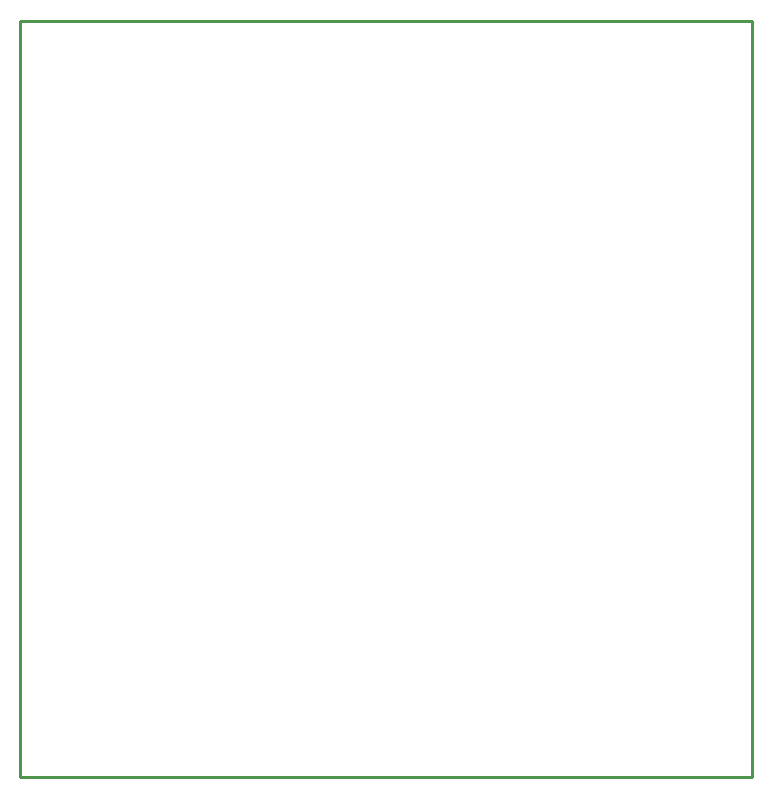
<source format=gko>
G04 Layer: BoardOutline*
G04 EasyEDA v6.4.17, 2021-03-05T14:08:29+01:00*
G04 e79a21ba503147348f05fdbb2aa03285,d81f5713b0f84f0ea64707c539aa2fa5,10*
G04 Gerber Generator version 0.2*
G04 Scale: 100 percent, Rotated: No, Reflected: No *
G04 Dimensions in millimeters *
G04 leading zeros omitted , absolute positions ,4 integer and 5 decimal *
%FSLAX45Y45*%
%MOMM*%

%ADD10C,0.2540*%
D10*
X6899993Y0D02*
G01*
X700001Y0D01*
X700001Y0D02*
G01*
X700001Y6399999D01*
X700001Y6399999D02*
G01*
X6899993Y6399999D01*
X6899993Y0D01*

%LPD*%
M02*

</source>
